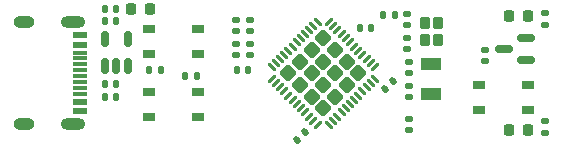
<source format=gbr>
%TF.GenerationSoftware,KiCad,Pcbnew,7.0.7*%
%TF.CreationDate,2023-12-14T16:20:11+01:00*%
%TF.ProjectId,STM32G474_Black-Pill_v3.0,53544d33-3247-4343-9734-5f426c61636b,A*%
%TF.SameCoordinates,Original*%
%TF.FileFunction,Paste,Top*%
%TF.FilePolarity,Positive*%
%FSLAX46Y46*%
G04 Gerber Fmt 4.6, Leading zero omitted, Abs format (unit mm)*
G04 Created by KiCad (PCBNEW 7.0.7) date 2023-12-14 16:20:11*
%MOMM*%
%LPD*%
G01*
G04 APERTURE LIST*
G04 Aperture macros list*
%AMRoundRect*
0 Rectangle with rounded corners*
0 $1 Rounding radius*
0 $2 $3 $4 $5 $6 $7 $8 $9 X,Y pos of 4 corners*
0 Add a 4 corners polygon primitive as box body*
4,1,4,$2,$3,$4,$5,$6,$7,$8,$9,$2,$3,0*
0 Add four circle primitives for the rounded corners*
1,1,$1+$1,$2,$3*
1,1,$1+$1,$4,$5*
1,1,$1+$1,$6,$7*
1,1,$1+$1,$8,$9*
0 Add four rect primitives between the rounded corners*
20,1,$1+$1,$2,$3,$4,$5,0*
20,1,$1+$1,$4,$5,$6,$7,0*
20,1,$1+$1,$6,$7,$8,$9,0*
20,1,$1+$1,$8,$9,$2,$3,0*%
G04 Aperture macros list end*
%ADD10RoundRect,0.218750X-0.218750X-0.256250X0.218750X-0.256250X0.218750X0.256250X-0.218750X0.256250X0*%
%ADD11RoundRect,0.135000X-0.135000X-0.185000X0.135000X-0.185000X0.135000X0.185000X-0.135000X0.185000X0*%
%ADD12RoundRect,0.140000X0.170000X-0.140000X0.170000X0.140000X-0.170000X0.140000X-0.170000X-0.140000X0*%
%ADD13RoundRect,0.140000X-0.170000X0.140000X-0.170000X-0.140000X0.170000X-0.140000X0.170000X0.140000X0*%
%ADD14RoundRect,0.135000X0.185000X-0.135000X0.185000X0.135000X-0.185000X0.135000X-0.185000X-0.135000X0*%
%ADD15RoundRect,0.102000X0.323000X-0.373000X0.323000X0.373000X-0.323000X0.373000X-0.323000X-0.373000X0*%
%ADD16RoundRect,0.140000X-0.140000X-0.170000X0.140000X-0.170000X0.140000X0.170000X-0.140000X0.170000X0*%
%ADD17RoundRect,0.135000X-0.185000X0.135000X-0.185000X-0.135000X0.185000X-0.135000X0.185000X0.135000X0*%
%ADD18RoundRect,0.150000X0.150000X-0.512500X0.150000X0.512500X-0.150000X0.512500X-0.150000X-0.512500X0*%
%ADD19RoundRect,0.140000X0.021213X-0.219203X0.219203X-0.021213X-0.021213X0.219203X-0.219203X0.021213X0*%
%ADD20RoundRect,0.150000X0.587500X0.150000X-0.587500X0.150000X-0.587500X-0.150000X0.587500X-0.150000X0*%
%ADD21RoundRect,0.135000X0.135000X0.185000X-0.135000X0.185000X-0.135000X-0.185000X0.135000X-0.185000X0*%
%ADD22R,1.050000X0.650000*%
%ADD23RoundRect,0.250000X0.000000X0.445477X-0.445477X0.000000X0.000000X-0.445477X0.445477X0.000000X0*%
%ADD24RoundRect,0.062500X0.220971X0.309359X-0.309359X-0.220971X-0.220971X-0.309359X0.309359X0.220971X0*%
%ADD25RoundRect,0.062500X-0.220971X0.309359X-0.309359X0.220971X0.220971X-0.309359X0.309359X-0.220971X0*%
%ADD26R,1.800000X1.000000*%
%ADD27RoundRect,0.140000X0.140000X0.170000X-0.140000X0.170000X-0.140000X-0.170000X0.140000X-0.170000X0*%
%ADD28RoundRect,0.140000X-0.021213X0.219203X-0.219203X0.021213X0.021213X-0.219203X0.219203X-0.021213X0*%
%ADD29R,1.150000X0.600000*%
%ADD30R,1.150000X0.300000*%
%ADD31O,2.100000X1.000000*%
%ADD32O,1.800000X1.000000*%
G04 APERTURE END LIST*
D10*
%TO.C,D101*%
X142722500Y-106426000D03*
X144297500Y-106426000D03*
%TD*%
D11*
%TO.C,R106*%
X132078000Y-96647000D03*
X133098000Y-96647000D03*
%TD*%
D12*
%TO.C,C105*%
X134239000Y-103604000D03*
X134239000Y-102644000D03*
%TD*%
D10*
%TO.C,L101*%
X110718500Y-96139000D03*
X112293500Y-96139000D03*
%TD*%
D13*
%TO.C,C120*%
X120777000Y-97056000D03*
X120777000Y-98016000D03*
%TD*%
D10*
%TO.C,D103*%
X142722500Y-96774000D03*
X144297500Y-96774000D03*
%TD*%
D14*
%TO.C,R109*%
X145796000Y-97538000D03*
X145796000Y-96518000D03*
%TD*%
D13*
%TO.C,C118*%
X119634000Y-97056000D03*
X119634000Y-98016000D03*
%TD*%
D15*
%TO.C,Y101*%
X136719000Y-98769000D03*
X136719000Y-97319000D03*
X135569000Y-97319000D03*
X135569000Y-98769000D03*
%TD*%
D16*
%TO.C,C115*%
X108486000Y-97155000D03*
X109446000Y-97155000D03*
%TD*%
D17*
%TO.C,R107*%
X145796000Y-105662000D03*
X145796000Y-106682000D03*
%TD*%
D18*
%TO.C,U103*%
X108524000Y-100959500D03*
X109474000Y-100959500D03*
X110424000Y-100959500D03*
X110424000Y-98684500D03*
X108524000Y-98684500D03*
%TD*%
D19*
%TO.C,C109*%
X132248589Y-102955411D03*
X132927411Y-102276589D03*
%TD*%
D20*
%TO.C,D102*%
X144193500Y-100518000D03*
X144193500Y-98618000D03*
X142318500Y-99568000D03*
%TD*%
D21*
%TO.C,R103*%
X113286000Y-101346000D03*
X112266000Y-101346000D03*
%TD*%
D22*
%TO.C,SW103*%
X140165000Y-102557000D03*
X144315000Y-102557000D03*
X140165000Y-104707000D03*
X144315000Y-104707000D03*
%TD*%
D13*
%TO.C,C102*%
X134112000Y-98580000D03*
X134112000Y-99540000D03*
%TD*%
D22*
%TO.C,SW101*%
X112225000Y-97858000D03*
X116375000Y-97858000D03*
X112225000Y-100008000D03*
X116375000Y-100008000D03*
%TD*%
D12*
%TO.C,C119*%
X120777000Y-100048000D03*
X120777000Y-99088000D03*
%TD*%
D22*
%TO.C,SW102*%
X112225000Y-103192000D03*
X116375000Y-103192000D03*
X112225000Y-105342000D03*
X116375000Y-105342000D03*
%TD*%
D16*
%TO.C,C113*%
X108486000Y-103632000D03*
X109446000Y-103632000D03*
%TD*%
%TO.C,C116*%
X108486000Y-96139000D03*
X109446000Y-96139000D03*
%TD*%
D23*
%TO.C,U102*%
X129969848Y-101600000D03*
X128979899Y-100610051D03*
X127989949Y-99620101D03*
X127000000Y-98630152D03*
X128979899Y-102589949D03*
X127989949Y-101600000D03*
X127000000Y-100610051D03*
X126010051Y-99620101D03*
X127989949Y-103579899D03*
X127000000Y-102589949D03*
X126010051Y-101600000D03*
X125020101Y-100610051D03*
X127000000Y-104569848D03*
X126010051Y-103579899D03*
X125020101Y-102589949D03*
X124030152Y-101600000D03*
D24*
X131375223Y-101113864D03*
X131021670Y-100760311D03*
X130668116Y-100406757D03*
X130314563Y-100053204D03*
X129961010Y-99699651D03*
X129607456Y-99346097D03*
X129253903Y-98992544D03*
X128900349Y-98638990D03*
X128546796Y-98285437D03*
X128193243Y-97931884D03*
X127839689Y-97578330D03*
X127486136Y-97224777D03*
D25*
X126513864Y-97224777D03*
X126160311Y-97578330D03*
X125806757Y-97931884D03*
X125453204Y-98285437D03*
X125099651Y-98638990D03*
X124746097Y-98992544D03*
X124392544Y-99346097D03*
X124038990Y-99699651D03*
X123685437Y-100053204D03*
X123331884Y-100406757D03*
X122978330Y-100760311D03*
X122624777Y-101113864D03*
D24*
X122624777Y-102086136D03*
X122978330Y-102439689D03*
X123331884Y-102793243D03*
X123685437Y-103146796D03*
X124038990Y-103500349D03*
X124392544Y-103853903D03*
X124746097Y-104207456D03*
X125099651Y-104561010D03*
X125453204Y-104914563D03*
X125806757Y-105268116D03*
X126160311Y-105621670D03*
X126513864Y-105975223D03*
D25*
X127486136Y-105975223D03*
X127839689Y-105621670D03*
X128193243Y-105268116D03*
X128546796Y-104914563D03*
X128900349Y-104561010D03*
X129253903Y-104207456D03*
X129607456Y-103853903D03*
X129961010Y-103500349D03*
X130314563Y-103146796D03*
X130668116Y-102793243D03*
X131021670Y-102439689D03*
X131375223Y-102086136D03*
%TD*%
D26*
%TO.C,Y102*%
X136144000Y-100858000D03*
X136144000Y-103358000D03*
%TD*%
D16*
%TO.C,C104*%
X130076000Y-97790000D03*
X131036000Y-97790000D03*
%TD*%
D27*
%TO.C,C110*%
X120622000Y-101346000D03*
X119662000Y-101346000D03*
%TD*%
D12*
%TO.C,C117*%
X119634000Y-100048000D03*
X119634000Y-99088000D03*
%TD*%
D13*
%TO.C,C107*%
X134239000Y-105438000D03*
X134239000Y-106398000D03*
%TD*%
D12*
%TO.C,C103*%
X134112000Y-97508000D03*
X134112000Y-96548000D03*
%TD*%
D21*
%TO.C,R108*%
X116334000Y-101854000D03*
X115314000Y-101854000D03*
%TD*%
D16*
%TO.C,C114*%
X108486000Y-102538000D03*
X109446000Y-102538000D03*
%TD*%
D13*
%TO.C,C112*%
X140716000Y-99596000D03*
X140716000Y-100556000D03*
%TD*%
D28*
%TO.C,C108*%
X125434411Y-106594589D03*
X124755589Y-107273411D03*
%TD*%
D29*
%TO.C,J101*%
X106415000Y-98400000D03*
X106415000Y-99200000D03*
D30*
X106415000Y-100350000D03*
X106415000Y-101350000D03*
X106415000Y-101850000D03*
X106415000Y-102850000D03*
D29*
X106415000Y-104000000D03*
X106415000Y-104800000D03*
X106415000Y-104800000D03*
X106415000Y-104000000D03*
D30*
X106415000Y-103350000D03*
X106415000Y-102350000D03*
X106415000Y-100850000D03*
X106415000Y-99850000D03*
D29*
X106415000Y-99200000D03*
X106415000Y-98400000D03*
D31*
X105840000Y-97280000D03*
D32*
X101660000Y-97280000D03*
D31*
X105840000Y-105920000D03*
D32*
X101660000Y-105920000D03*
%TD*%
D12*
%TO.C,C106*%
X134239000Y-101572000D03*
X134239000Y-100612000D03*
%TD*%
M02*

</source>
